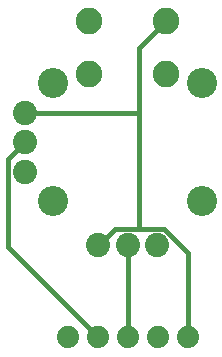
<source format=gbr>
%TF.GenerationSoftware,KiCad,Pcbnew,8.0.4*%
%TF.CreationDate,2024-08-30T21:23:54-04:00*%
%TF.ProjectId,thumbstick-breakout,7468756d-6273-4746-9963-6b2d62726561,rev.01*%
%TF.SameCoordinates,Original*%
%TF.FileFunction,Copper,L1,Top*%
%TF.FilePolarity,Positive*%
%FSLAX46Y46*%
G04 Gerber Fmt 4.6, Leading zero omitted, Abs format (unit mm)*
G04 Created by KiCad (PCBNEW 8.0.4) date 2024-08-30 21:23:54*
%MOMM*%
%LPD*%
G01*
G04 APERTURE LIST*
%TA.AperFunction,ComponentPad*%
%ADD10C,1.879600*%
%TD*%
%TA.AperFunction,ComponentPad*%
%ADD11C,2.550000*%
%TD*%
%TA.AperFunction,ComponentPad*%
%ADD12C,2.050000*%
%TD*%
%TA.AperFunction,ComponentPad*%
%ADD13C,2.250000*%
%TD*%
%TA.AperFunction,Conductor*%
%ADD14C,0.400000*%
%TD*%
%TA.AperFunction,Conductor*%
%ADD15C,0.406400*%
%TD*%
%TA.AperFunction,Conductor*%
%ADD16C,0.200000*%
%TD*%
G04 APERTURE END LIST*
D10*
%TO.P,JP1,1,Pin_1*%
%TO.N,VCC*%
X144960000Y-116510000D03*
%TO.P,JP1,2,Pin_2*%
%TO.N,/VERT*%
X147500000Y-116510000D03*
%TO.P,JP1,3,Pin_3*%
%TO.N,/HORZ*%
X150040000Y-116510000D03*
%TO.P,JP1,4,Pin_4*%
%TO.N,/SEL*%
X152580000Y-116510000D03*
%TO.P,JP1,5,Pin_5*%
%TO.N,GND*%
X155120000Y-116510000D03*
%TD*%
D11*
%TO.P,U1,*%
%TO.N,*%
X156325000Y-105000000D03*
X156325000Y-95000000D03*
X143675000Y-105000000D03*
X143675000Y-95000000D03*
D12*
%TO.P,U1,1,H-*%
%TO.N,GND*%
X147500000Y-108730000D03*
%TO.P,U1,1',V-*%
X141270000Y-97500000D03*
%TO.P,U1,2,H*%
%TO.N,/HORZ*%
X150000000Y-108730000D03*
%TO.P,U1,2',V*%
%TO.N,/VERT*%
X141270000Y-100000000D03*
%TO.P,U1,3,H+*%
%TO.N,VCC*%
X152500000Y-108730000D03*
%TO.P,U1,3',V+*%
X141270000Y-102500000D03*
D13*
%TO.P,U1,a,SEL+*%
%TO.N,/SEL*%
X153250000Y-94250000D03*
%TO.P,U1,b*%
%TO.N,N/C*%
X146750000Y-94250000D03*
%TO.P,U1,c,SEL-*%
%TO.N,GND*%
X153250000Y-89750000D03*
%TO.P,U1,d*%
%TO.N,N/C*%
X146750000Y-89750000D03*
%TD*%
D14*
%TO.N,GND*%
X151000000Y-97500000D02*
X141270000Y-97500000D01*
X151000000Y-107305000D02*
X151000000Y-92000000D01*
X151000000Y-92000000D02*
X153250000Y-89750000D01*
X153090255Y-107305000D02*
X151000000Y-107305000D01*
X151000000Y-107305000D02*
X148925000Y-107305000D01*
X155120000Y-116510000D02*
X155120000Y-109334745D01*
X155120000Y-109334745D02*
X153090255Y-107305000D01*
X148925000Y-107305000D02*
X147500000Y-108730000D01*
%TO.N,/VERT*%
X147500000Y-116510000D02*
X139845000Y-108855000D01*
X139845000Y-108855000D02*
X139845000Y-101425000D01*
X139845000Y-101425000D02*
X141270000Y-100000000D01*
%TO.N,/HORZ*%
X150040000Y-116510000D02*
X150040000Y-108770000D01*
X150040000Y-108770000D02*
X150000000Y-108730000D01*
D15*
%TO.N,GND*%
X147500000Y-108730000D02*
X147460000Y-108690000D01*
%TO.N,VCC*%
X141310000Y-102540000D02*
X141270000Y-102500000D01*
X152500000Y-108730000D02*
X152540000Y-108690000D01*
D16*
X152500000Y-108970000D02*
X152500000Y-108730000D01*
%TD*%
M02*

</source>
